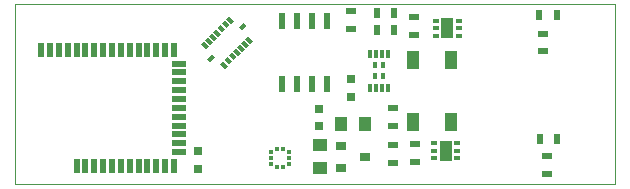
<source format=gbr>
G04 #@! TF.FileFunction,Paste,Top*
%FSLAX46Y46*%
G04 Gerber Fmt 4.6, Leading zero omitted, Abs format (unit mm)*
G04 Created by KiCad (PCBNEW 4.0.7) date Thursday, August 29, 2019 'PMt' 09:24:48 PM*
%MOMM*%
%LPD*%
G01*
G04 APERTURE LIST*
%ADD10C,0.100000*%
%ADD11C,0.025400*%
%ADD12R,1.200000X0.500000*%
%ADD13R,0.500000X1.200000*%
%ADD14R,0.750000X0.800000*%
%ADD15R,0.999998X1.549908*%
%ADD16R,1.000000X1.250000*%
%ADD17R,0.600000X1.400000*%
%ADD18R,0.351600X0.376600*%
%ADD19R,0.376600X0.351600*%
%ADD20R,0.800000X0.800000*%
%ADD21R,0.900000X0.500000*%
%ADD22R,1.250000X1.000000*%
%ADD23R,0.900000X0.800000*%
%ADD24R,0.551600X0.401600*%
%ADD25R,1.101600X1.701600*%
%ADD26R,0.500000X0.900000*%
%ADD27R,0.300000X0.750000*%
%ADD28R,0.435000X0.525000*%
G04 APERTURE END LIST*
D10*
D11*
X101600000Y-106680000D02*
X101600000Y-121920000D01*
X152400000Y-106680000D02*
X101600000Y-106680000D01*
X152400000Y-121920000D02*
X152400000Y-106680000D01*
X101600000Y-121920000D02*
X152400000Y-121920000D01*
D12*
X115500000Y-111693000D03*
X115500000Y-112443000D03*
X115500000Y-113193000D03*
X115500000Y-113943000D03*
X115500000Y-114693000D03*
X115500000Y-115443000D03*
X115500000Y-116193000D03*
X115500000Y-116943000D03*
X115500000Y-117693000D03*
X115500000Y-118443000D03*
X115500000Y-119193000D03*
D13*
X115050000Y-120343000D03*
X114300000Y-120343000D03*
X113550000Y-120343000D03*
X112800000Y-120343000D03*
X112050000Y-120343000D03*
X111300000Y-120343000D03*
X110550000Y-120343000D03*
X109800000Y-120343000D03*
X109050000Y-120343000D03*
X108300000Y-120343000D03*
X107550000Y-120343000D03*
X106800000Y-120343000D03*
X103800000Y-110543000D03*
X104550000Y-110543000D03*
X105300000Y-110543000D03*
X106050000Y-110543000D03*
X106800000Y-110543000D03*
X107550000Y-110543000D03*
X108300000Y-110543000D03*
X109050000Y-110543000D03*
X109800000Y-110543000D03*
X110550000Y-110543000D03*
X111300000Y-110543000D03*
X112050000Y-110543000D03*
X112800000Y-110543000D03*
X113550000Y-110543000D03*
X114300000Y-110543000D03*
X115050000Y-110543000D03*
D14*
X117094000Y-120638000D03*
X117094000Y-119138000D03*
D15*
X138506200Y-116670963D03*
X138506200Y-111421037D03*
X135305800Y-116670963D03*
X135305800Y-111421037D03*
D16*
X131226000Y-116789000D03*
X129226000Y-116789000D03*
D17*
X124206000Y-108119000D03*
X124206000Y-113419000D03*
X125476000Y-108119000D03*
X125476000Y-113419000D03*
X126746000Y-108119000D03*
X126746000Y-113419000D03*
X128016000Y-108119000D03*
X128016000Y-113419000D03*
D18*
X123753000Y-120447500D03*
X124253000Y-120447500D03*
X124253000Y-118922500D03*
X123753000Y-118922500D03*
D19*
X124765500Y-119185000D03*
X123240500Y-119185000D03*
X124765500Y-119685000D03*
X123240500Y-119685000D03*
X124765500Y-120185000D03*
X123240500Y-120185000D03*
D20*
X129997000Y-112967000D03*
X129997000Y-114567000D03*
D21*
X130073000Y-107276000D03*
X130073000Y-108776000D03*
D22*
X127406000Y-120558000D03*
X127406000Y-118558000D03*
D23*
X129226000Y-118633000D03*
X129226000Y-120533000D03*
X131226000Y-119583000D03*
D24*
X137201000Y-109362000D03*
X139151000Y-109362000D03*
X137201000Y-108712000D03*
X139151000Y-108712000D03*
X137201000Y-108062000D03*
X139151000Y-108062000D03*
D25*
X138176000Y-108712000D03*
D24*
X137074000Y-119725000D03*
X139024000Y-119725000D03*
X137074000Y-119075000D03*
X139024000Y-119075000D03*
X137074000Y-118425000D03*
X139024000Y-118425000D03*
D25*
X138049000Y-119075000D03*
D10*
G36*
X120557941Y-108631441D02*
X120965659Y-108223723D01*
X121214277Y-108472341D01*
X120806559Y-108880059D01*
X120557941Y-108631441D01*
X120557941Y-108631441D01*
G37*
G36*
X117849723Y-111339659D02*
X118257441Y-110931941D01*
X118506059Y-111180559D01*
X118098341Y-111588277D01*
X117849723Y-111339659D01*
X117849723Y-111339659D01*
G37*
G36*
X121336890Y-109340951D02*
X121744608Y-109748669D01*
X121495990Y-109997287D01*
X121088272Y-109589569D01*
X121336890Y-109340951D01*
X121336890Y-109340951D01*
G37*
G36*
X119689331Y-107693392D02*
X120097049Y-108101110D01*
X119848431Y-108349728D01*
X119440713Y-107942010D01*
X119689331Y-107693392D01*
X119689331Y-107693392D01*
G37*
G36*
X120983336Y-109694505D02*
X121391054Y-110102223D01*
X121142436Y-110350841D01*
X120734718Y-109943123D01*
X120983336Y-109694505D01*
X120983336Y-109694505D01*
G37*
G36*
X119335777Y-108046946D02*
X119743495Y-108454664D01*
X119494877Y-108703282D01*
X119087159Y-108295564D01*
X119335777Y-108046946D01*
X119335777Y-108046946D01*
G37*
G36*
X120629783Y-110048058D02*
X121037501Y-110455776D01*
X120788883Y-110704394D01*
X120381165Y-110296676D01*
X120629783Y-110048058D01*
X120629783Y-110048058D01*
G37*
G36*
X118982224Y-108400499D02*
X119389942Y-108808217D01*
X119141324Y-109056835D01*
X118733606Y-108649117D01*
X118982224Y-108400499D01*
X118982224Y-108400499D01*
G37*
G36*
X120276229Y-110401611D02*
X120683947Y-110809329D01*
X120435329Y-111057947D01*
X120027611Y-110650229D01*
X120276229Y-110401611D01*
X120276229Y-110401611D01*
G37*
G36*
X118628671Y-108754053D02*
X119036389Y-109161771D01*
X118787771Y-109410389D01*
X118380053Y-109002671D01*
X118628671Y-108754053D01*
X118628671Y-108754053D01*
G37*
G36*
X119922676Y-110755165D02*
X120330394Y-111162883D01*
X120081776Y-111411501D01*
X119674058Y-111003783D01*
X119922676Y-110755165D01*
X119922676Y-110755165D01*
G37*
G36*
X118275117Y-109107606D02*
X118682835Y-109515324D01*
X118434217Y-109763942D01*
X118026499Y-109356224D01*
X118275117Y-109107606D01*
X118275117Y-109107606D01*
G37*
G36*
X119569123Y-111108718D02*
X119976841Y-111516436D01*
X119728223Y-111765054D01*
X119320505Y-111357336D01*
X119569123Y-111108718D01*
X119569123Y-111108718D01*
G37*
G36*
X117921564Y-109461159D02*
X118329282Y-109868877D01*
X118080664Y-110117495D01*
X117672946Y-109709777D01*
X117921564Y-109461159D01*
X117921564Y-109461159D01*
G37*
G36*
X119215569Y-111462272D02*
X119623287Y-111869990D01*
X119374669Y-112118608D01*
X118966951Y-111710890D01*
X119215569Y-111462272D01*
X119215569Y-111462272D01*
G37*
G36*
X117568010Y-109814713D02*
X117975728Y-110222431D01*
X117727110Y-110471049D01*
X117319392Y-110063331D01*
X117568010Y-109814713D01*
X117568010Y-109814713D01*
G37*
D21*
X133604000Y-118579000D03*
X133604000Y-120079000D03*
X133579000Y-115480000D03*
X133579000Y-116980000D03*
D26*
X132194000Y-107442000D03*
X133694000Y-107442000D03*
X132194000Y-108890000D03*
X133694000Y-108890000D03*
X147511000Y-118059000D03*
X146011000Y-118059000D03*
D21*
X135407000Y-107759000D03*
X135407000Y-109259000D03*
X135433000Y-118528000D03*
X135433000Y-120028000D03*
D27*
X131660000Y-113743000D03*
X132160000Y-113743000D03*
X132660000Y-113743000D03*
X133160000Y-113743000D03*
X133160000Y-110843000D03*
X132660000Y-110843000D03*
X132160000Y-110843000D03*
X131660000Y-110843000D03*
D28*
X132772500Y-111855500D03*
X132047500Y-111855500D03*
X132772500Y-112730500D03*
X132047500Y-112730500D03*
D26*
X145935000Y-107620000D03*
X147435000Y-107620000D03*
D21*
X146329000Y-109156000D03*
X146329000Y-110656000D03*
X146609000Y-121044000D03*
X146609000Y-119544000D03*
D14*
X127355600Y-117005800D03*
X127355600Y-115505800D03*
M02*

</source>
